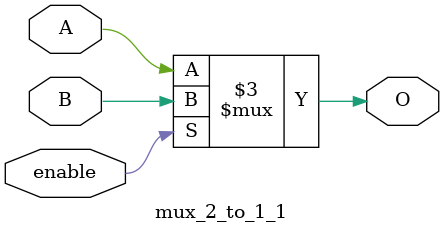
<source format=v>
module mux_2_to_1_1(
    input A,B,
    input enable,
    output reg O
);
    always @* begin
        if (enable) O <= B;
        else O <= A;
    end
endmodule
</source>
